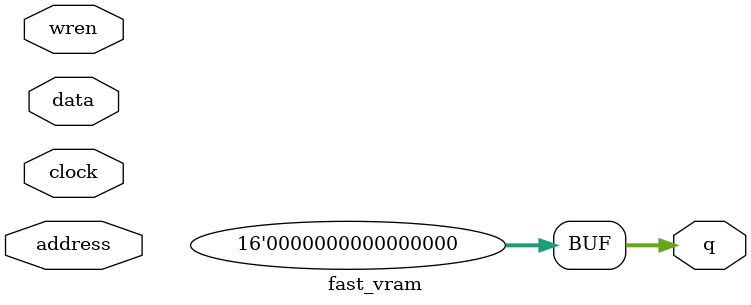
<source format=v>
module fast_vram(	// file.cleaned.mlir:2:3
  input  [10:0] address,	// file.cleaned.mlir:2:27
  input         clock,	// file.cleaned.mlir:2:46
  input  [15:0] data,	// file.cleaned.mlir:2:62
  input         wren,	// file.cleaned.mlir:2:78
  output [15:0] q	// file.cleaned.mlir:2:94
);

  assign q = 16'h0;	// file.cleaned.mlir:3:15, :4:5
endmodule


</source>
